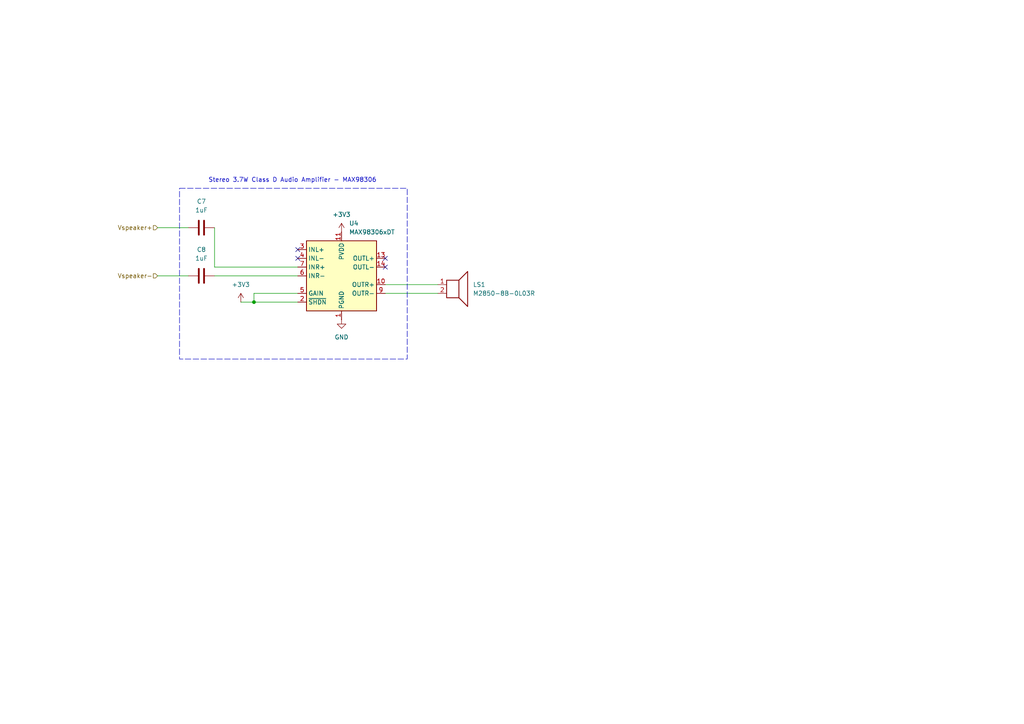
<source format=kicad_sch>
(kicad_sch (version 20231120) (generator "eeschema") (generator_version "8.0")
  (paper "A4")
  (title_block (company "Ege Turan") (comment 2 "Stanford, CA 94305") (comment 3 "Electrical Engineering Department") (comment 4 "Stanford University"))
  (lib_symbols
    (symbol "Amplifier_Audio:MAX98306xDT"
      (property "Reference" "U" (at 10.16 14.605 0))
      (property "Value" "MAX98306xDT" (at 10.16 12.065 0))
      (symbol "MAX98306xDT_0_1"
        (rectangle (start -10.16 10.16) (end 10.16 -10.16) (stroke (width 0.254)) (fill (type background)))
      )
      (symbol "MAX98306xDT_1_1"
        (pin power_in line (at 0 -12.7 90) (length 2.54) (name "PGND") (number "1"))
        (pin power_out line (at 12.7 -2.54 180) (length 2.54) (name "OUTR+") (number "10"))
        (pin power_in line (at 0 12.7 270) (length 2.54) (name "PVDD") (number "11"))
        (pin passive line (at 0 12.7 270) (length 2.54) hide (name "PVDD") (number "12"))
        (pin power_out line (at 12.7 5.08 180) (length 2.54) (name "OUTL+") (number "13"))
        (pin power_out line (at 12.7 2.54 180) (length 2.54) (name "OUTL-") (number "14"))
        (pin passive line (at 0 -12.7 90) (length 2.54) hide (name "PGND") (number "15"))
        (pin input line (at -12.7 -7.62 0) (length 2.54) (name "~{SHDN}") (number "2"))
        (pin input line (at -12.7 7.62 0) (length 2.54) (name "INL+") (number "3"))
        (pin input line (at -12.7 5.08 0) (length 2.54) (name "INL-") (number "4"))
        (pin input line (at -12.7 -5.08 0) (length 2.54) (name "GAIN") (number "5"))
        (pin input line (at -12.7 0 0) (length 2.54) (name "INR-") (number "6"))
        (pin input line (at -12.7 2.54 0) (length 2.54) (name "INR+") (number "7"))
        (pin passive line (at 0 -12.7 90) (length 2.54) hide (name "PGND") (number "8"))
        (pin power_out line (at 12.7 -5.08 180) (length 2.54) (name "OUTR-") (number "9"))
      )
    )
    (symbol "Device:C" (pin_numbers hide) (pin_names (offset 0.254))
      (property "Reference" "C" (at 0.635 2.54 0))
      (property "Value" "C" (at 0.635 -2.54 0))
      (symbol "C_0_1"
        (polyline (pts (xy -2.032 -0.762) (xy 2.032 -0.762)) (stroke (width 0.508)))
        (polyline (pts (xy -2.032 0.762) (xy 2.032 0.762)) (stroke (width 0.508)))
      )
      (symbol "C_1_1"
        (pin passive line (at 0 3.81 270) (length 2.794) (name "~") (number "1"))
        (pin passive line (at 0 -3.81 90) (length 2.794) (name "~") (number "2"))
      )
    )
    (symbol "Device:Speaker" (pin_names (offset 0) hide)
      (property "Reference" "LS" (at 1.27 5.715 0))
      (property "Value" "Speaker" (at 1.27 3.81 0))
      (symbol "Speaker_0_0"
        (rectangle (start -2.54 1.27) (end 1.016 -3.81) (stroke (width 0.254)))
        (polyline (pts (xy 1.016 1.27) (xy 3.556 3.81) (xy 3.556 -6.35) (xy 1.016 -3.81)) (stroke (width 0.254)))
      )
      (symbol "Speaker_1_1"
        (pin input line (at -5.08 0 0) (length 2.54) (name "1") (number "1"))
        (pin input line (at -5.08 -2.54 0) (length 2.54) (name "2") (number "2"))
      )
    )
    (symbol "power:+3V3" (power) (pin_numbers hide) (pin_names (offset 0) hide)
      (property "Value" "+3V3" (at 0 3.556 0))
      (symbol "+3V3_0_1"
        (polyline (pts (xy -0.762 1.27) (xy 0 2.54)))
        (polyline (pts (xy 0 0) (xy 0 2.54)))
        (polyline (pts (xy 0 2.54) (xy 0.762 1.27)))
      )
      (symbol "+3V3_1_1"
        (pin power_in line (at 0 0 90) (length 0) (name "~") (number "1"))
      )
    )
    (symbol "power:GND" (power) (pin_numbers hide) (pin_names (offset 0) hide)
      (property "Value" "GND" (at 0 -3.81 0))
      (symbol "GND_0_1"
        (polyline (pts (xy 0 0) (xy 0 -1.27) (xy 1.27 -1.27) (xy 0 -2.54) (xy -1.27 -1.27) (xy 0 -1.27)))
      )
      (symbol "GND_1_1"
        (pin power_in line (at 0 0 270) (length 0) (name "~") (number "1"))
      )
    )
  )
  (junction (at 73.66 87.63))
  (no_connect (at 86.36 72.39))
  (no_connect (at 86.36 74.93))
  (no_connect (at 111.76 77.47))
  (no_connect (at 111.76 74.93))
  (wire (pts (xy 69.85 87.63) (xy 73.66 87.63)))
  (wire (pts (xy 62.23 66.04) (xy 62.23 77.47)))
  (wire (pts (xy 73.66 85.09) (xy 73.66 87.63)))
  (wire (pts (xy 62.23 77.47) (xy 86.36 77.47)))
  (wire (pts (xy 62.23 80.01) (xy 86.36 80.01)))
  (wire (pts (xy 45.72 80.01) (xy 54.61 80.01)))
  (wire (pts (xy 73.66 85.09) (xy 86.36 85.09)))
  (wire (pts (xy 73.66 87.63) (xy 86.36 87.63)))
  (wire (pts (xy 127 85.09) (xy 111.76 85.09)))
  (wire (pts (xy 127 82.55) (xy 111.76 82.55)))
  (wire (pts (xy 45.72 66.04) (xy 54.61 66.04)))
  (rectangle (start 52.07 54.61) (end 118.11 104.14) (stroke (width 0) (type dash)))
  (text "Stereo 3.7W Class D Audio Amplifier - MAX98306" (at 84.836 52.324 0) (effects (font (size 1.27 1.27))))
  (hierarchical_label "Vspeaker-" (shape input) (at 45.72 80.01 180))
  (hierarchical_label "Vspeaker+" (shape input) (at 45.72 66.04 180))
  (symbol (lib_id "power:GND") (at 99.06 92.71 0) (unit 1)
    (property "Reference" "#PWR019" (effects (hide yes)))
    (property "Value" "GND" (at 99.06 97.79 0))
    (property "Description" "Power symbol creates a global label with name \"GND\" , ground" (effects (hide yes)))
  )
  (symbol (lib_id "Device:Speaker") (at 132.08 82.55 0) (unit 1)
    (property "Reference" "LS1" (at 137.16 82.5499 0) (effects (justify left)))
    (property "Value" "M2850-8B-0L03R" (at 137.16 85.0899 0) (effects (justify left)))
    (property "Datasheet" "https://cdn-shop.adafruit.com/datasheets/1890_8ohmMetalSpeaks.pdf" (effects (hide yes)))
    (property "Description" "Speaker" (effects (hide yes)))
  )
  (symbol (lib_id "Amplifier_Audio:MAX98306xDT") (at 99.06 80.01 0) (unit 1)
    (property "Reference" "U4" (at 101.2541 64.77 0) (effects (justify left)))
    (property "Value" "MAX98306xDT" (at 101.2541 67.31 0) (effects (justify left)))
    (property "Footprint" "Package_DFN_QFN:TDFN-14-1EP_3x3mm_P0.4mm_EP1.78x2.35mm" (effects (hide yes)))
    (property "Datasheet" "https://datasheets.maximintegrated.com/en/ds/MAX98306.pdf" (effects (hide yes)))
    (property "Description" "Stereo 3.7 W Class D Amplifier, TDFN-14" (effects (hide yes)))
  )
  (symbol (lib_id "power:+3V3") (at 69.85 87.63 0) (unit 1)
    (property "Reference" "#PWR020" (effects (hide yes)))
    (property "Value" "+3V3" (at 69.85 82.55 0))
    (property "Description" "Power symbol creates a global label with name \"+3V3\"" (effects (hide yes)))
  )
  (symbol (lib_id "power:+3V3") (at 99.06 67.31 0) (unit 1)
    (property "Reference" "#PWR018" (effects (hide yes)))
    (property "Value" "+3V3" (at 99.06 62.23 0))
    (property "Description" "Power symbol creates a global label with name \"+3V3\"" (effects (hide yes)))
  )
  (symbol (lib_id "Device:C") (at 58.42 80.01 270) (unit 1)
    (property "Reference" "C8" (at 58.42 72.39 90))
    (property "Value" "1uF" (at 58.42 74.93 90))
    (property "Description" "Unpolarized capacitor" (effects (hide yes)))
  )
  (symbol (lib_id "Device:C") (at 58.42 66.04 270) (unit 1)
    (property "Reference" "C7" (at 58.42 58.42 90))
    (property "Value" "1uF" (at 58.42 60.96 90))
    (property "Description" "Unpolarized capacitor" (effects (hide yes)))
  )
)
</source>
